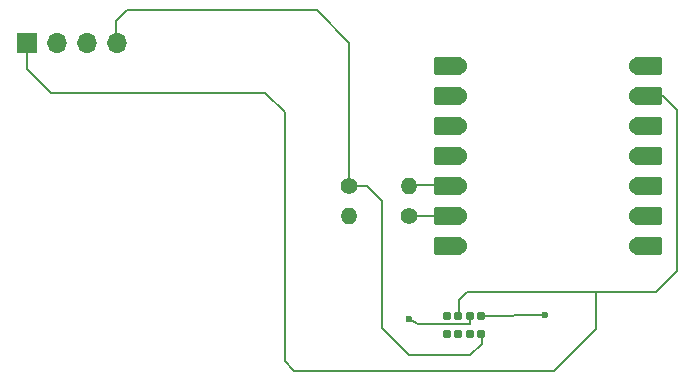
<source format=gbr>
%TF.GenerationSoftware,KiCad,Pcbnew,8.0.9*%
%TF.CreationDate,2025-07-26T13:13:37-07:00*%
%TF.ProjectId,ayushi_hermes_project,61797573-6869-45f6-9865-726d65735f70,rev?*%
%TF.SameCoordinates,Original*%
%TF.FileFunction,Copper,L1,Top*%
%TF.FilePolarity,Positive*%
%FSLAX46Y46*%
G04 Gerber Fmt 4.6, Leading zero omitted, Abs format (unit mm)*
G04 Created by KiCad (PCBNEW 8.0.9) date 2025-07-26 13:13:37*
%MOMM*%
%LPD*%
G01*
G04 APERTURE LIST*
G04 Aperture macros list*
%AMRoundRect*
0 Rectangle with rounded corners*
0 $1 Rounding radius*
0 $2 $3 $4 $5 $6 $7 $8 $9 X,Y pos of 4 corners*
0 Add a 4 corners polygon primitive as box body*
4,1,4,$2,$3,$4,$5,$6,$7,$8,$9,$2,$3,0*
0 Add four circle primitives for the rounded corners*
1,1,$1+$1,$2,$3*
1,1,$1+$1,$4,$5*
1,1,$1+$1,$6,$7*
1,1,$1+$1,$8,$9*
0 Add four rect primitives between the rounded corners*
20,1,$1+$1,$2,$3,$4,$5,0*
20,1,$1+$1,$4,$5,$6,$7,0*
20,1,$1+$1,$6,$7,$8,$9,0*
20,1,$1+$1,$8,$9,$2,$3,0*%
G04 Aperture macros list end*
%TA.AperFunction,Conductor*%
%ADD10C,0.200000*%
%TD*%
%TA.AperFunction,SMDPad,CuDef*%
%ADD11RoundRect,0.152400X1.063600X0.609600X-1.063600X0.609600X-1.063600X-0.609600X1.063600X-0.609600X0*%
%TD*%
%TA.AperFunction,ComponentPad*%
%ADD12C,1.524000*%
%TD*%
%TA.AperFunction,SMDPad,CuDef*%
%ADD13RoundRect,0.152400X-1.063600X-0.609600X1.063600X-0.609600X1.063600X0.609600X-1.063600X0.609600X0*%
%TD*%
%TA.AperFunction,SMDPad,CuDef*%
%ADD14RoundRect,0.175000X0.185000X0.175000X-0.185000X0.175000X-0.185000X-0.175000X0.185000X-0.175000X0*%
%TD*%
%TA.AperFunction,ComponentPad*%
%ADD15C,1.400000*%
%TD*%
%TA.AperFunction,ComponentPad*%
%ADD16O,1.400000X1.400000*%
%TD*%
%TA.AperFunction,ComponentPad*%
%ADD17R,1.700000X1.700000*%
%TD*%
%TA.AperFunction,ComponentPad*%
%ADD18O,1.700000X1.700000*%
%TD*%
%TA.AperFunction,ViaPad*%
%ADD19C,0.600000*%
%TD*%
G04 APERTURE END LIST*
D10*
%TO.N,GND*%
X117678200Y-101015800D02*
X117678200Y-97815400D01*
X114173000Y-104521000D02*
X117678200Y-101015800D01*
X92125800Y-104521000D02*
X114173000Y-104521000D01*
X91338400Y-103733600D02*
X92125800Y-104521000D01*
X91338400Y-82651600D02*
X91338400Y-103733600D01*
X89687400Y-81000600D02*
X91338400Y-82651600D01*
X71551800Y-81000600D02*
X89687400Y-81000600D01*
X69494400Y-78943200D02*
X71551800Y-81000600D01*
X69494400Y-76733400D02*
X69494400Y-78943200D01*
%TO.N,SCL*%
X107035600Y-100584000D02*
X107035600Y-99872800D01*
X102616000Y-100584000D02*
X107035600Y-100584000D01*
X101854000Y-100177600D02*
X102616000Y-100584000D01*
%TO.N,VCC*%
X113360200Y-99822000D02*
X108026200Y-99898200D01*
%TO.N,SDA*%
X108026200Y-102235000D02*
X108026200Y-101523800D01*
X107061000Y-103200200D02*
X108026200Y-102235000D01*
X101904800Y-103200200D02*
X107061000Y-103200200D01*
X99593400Y-100888800D02*
X101904800Y-103200200D01*
X99593400Y-90119200D02*
X99593400Y-100888800D01*
X98323400Y-88849200D02*
X99593400Y-90119200D01*
X96799400Y-88849200D02*
X98323400Y-88849200D01*
X96799400Y-76809600D02*
X94107000Y-73964800D01*
X96799400Y-88849200D02*
X96799400Y-76809600D01*
X78003400Y-73964800D02*
X94107000Y-73964800D01*
X77089000Y-74879200D02*
X78003400Y-73964800D01*
X77089000Y-76682600D02*
X77089000Y-74879200D01*
%TO.N,Net-(U2-GPIO7{slash}SCL)*%
X101879400Y-91389200D02*
X105994200Y-91389200D01*
%TO.N,Net-(U2-GPIO6{slash}SDA)*%
X101879400Y-88823800D02*
X106019600Y-88823800D01*
%TO.N,GND*%
X123393200Y-81280000D02*
X121234200Y-81280000D01*
X124561600Y-82448400D02*
X123393200Y-81280000D01*
X124561600Y-96062800D02*
X124561600Y-82448400D01*
X122809000Y-97815400D02*
X124561600Y-96062800D01*
X106756200Y-97815400D02*
X122809000Y-97815400D01*
X106070400Y-98501200D02*
X106756200Y-97815400D01*
X106070400Y-99949000D02*
X106070400Y-98501200D01*
%TD*%
D11*
%TO.P,U2,1,GPIO26/ADC0/A0*%
%TO.N,unconnected-(U2-GPIO26{slash}ADC0{slash}A0-Pad1)*%
X105159200Y-78689200D03*
D12*
X105994200Y-78689200D03*
D11*
%TO.P,U2,2,GPIO27/ADC1/A1*%
%TO.N,unconnected-(U2-GPIO27{slash}ADC1{slash}A1-Pad2)*%
X105159200Y-81229200D03*
D12*
X105994200Y-81229200D03*
D11*
%TO.P,U2,3,GPIO28/ADC2/A2*%
%TO.N,unconnected-(U2-GPIO28{slash}ADC2{slash}A2-Pad3)*%
X105159200Y-83769200D03*
D12*
X105994200Y-83769200D03*
D11*
%TO.P,U2,4,GPIO29/ADC3/A3*%
%TO.N,unconnected-(U2-GPIO29{slash}ADC3{slash}A3-Pad4)*%
X105159200Y-86309200D03*
D12*
X105994200Y-86309200D03*
D11*
%TO.P,U2,5,GPIO6/SDA*%
%TO.N,Net-(U2-GPIO6{slash}SDA)*%
X105159200Y-88849200D03*
D12*
X105994200Y-88849200D03*
D11*
%TO.P,U2,6,GPIO7/SCL*%
%TO.N,Net-(U2-GPIO7{slash}SCL)*%
X105159200Y-91389200D03*
D12*
X105994200Y-91389200D03*
D11*
%TO.P,U2,7,GPIO0/TX*%
%TO.N,unconnected-(U2-GPIO0{slash}TX-Pad7)*%
X105159200Y-93929200D03*
D12*
X105994200Y-93929200D03*
%TO.P,U2,8,GPIO1/RX*%
%TO.N,unconnected-(U2-GPIO1{slash}RX-Pad8)*%
X121234200Y-93929200D03*
D13*
X122069200Y-93929200D03*
D12*
%TO.P,U2,9,GPIO2/SCK*%
%TO.N,unconnected-(U2-GPIO2{slash}SCK-Pad9)*%
X121234200Y-91389200D03*
D13*
X122069200Y-91389200D03*
D12*
%TO.P,U2,10,GPIO4/MISO*%
%TO.N,unconnected-(U2-GPIO4{slash}MISO-Pad10)*%
X121234200Y-88849200D03*
D13*
X122069200Y-88849200D03*
D12*
%TO.P,U2,11,GPIO3/MOSI*%
%TO.N,unconnected-(U2-GPIO3{slash}MOSI-Pad11)*%
X121234200Y-86309200D03*
D13*
X122069200Y-86309200D03*
D12*
%TO.P,U2,12,3V3*%
%TO.N,VCC*%
X121234200Y-83769200D03*
D13*
X122069200Y-83769200D03*
D12*
%TO.P,U2,13,GND*%
%TO.N,GND*%
X121234200Y-81229200D03*
D13*
X122069200Y-81229200D03*
D12*
%TO.P,U2,14,VBUS*%
%TO.N,unconnected-(U2-VBUS-Pad14)*%
X121234200Y-78689200D03*
D13*
X122069200Y-78689200D03*
%TD*%
D14*
%TO.P,U1,1,VDD*%
%TO.N,VCC*%
X108000800Y-99872200D03*
%TO.P,U1,2,SCL*%
%TO.N,SCL*%
X107030800Y-99872200D03*
%TO.P,U1,3,GND*%
%TO.N,GND*%
X106060800Y-99872200D03*
%TO.P,U1,4,LED_A*%
%TO.N,unconnected-(U1-LED_A-Pad4)*%
X105090800Y-99872200D03*
%TO.P,U1,5,LED_K*%
%TO.N,unconnected-(U1-LED_K-Pad5)*%
X105090800Y-101422200D03*
%TO.P,U1,6,LDR*%
%TO.N,unconnected-(U1-LDR-Pad6)*%
X106060800Y-101422200D03*
%TO.P,U1,7,INT*%
%TO.N,unconnected-(U1-INT-Pad7)*%
X107030800Y-101422200D03*
%TO.P,U1,8,SDA*%
%TO.N,SDA*%
X108000800Y-101422200D03*
%TD*%
D15*
%TO.P,R2,1*%
%TO.N,Net-(U2-GPIO7{slash}SCL)*%
X101879400Y-91389200D03*
D16*
%TO.P,R2,2*%
%TO.N,SCL*%
X96799400Y-91389200D03*
%TD*%
%TO.P,R1,2*%
%TO.N,Net-(U2-GPIO6{slash}SDA)*%
X101879400Y-88849200D03*
D15*
%TO.P,R1,1*%
%TO.N,SDA*%
X96799400Y-88849200D03*
%TD*%
D17*
%TO.P,J1,1,GND*%
%TO.N,GND*%
X69494400Y-76733400D03*
D18*
%TO.P,J1,2,VCC*%
%TO.N,VCC*%
X72034400Y-76733400D03*
%TO.P,J1,3,SCL*%
%TO.N,SCL*%
X74574400Y-76733400D03*
%TO.P,J1,4,SDA*%
%TO.N,SDA*%
X77114400Y-76733400D03*
%TD*%
D19*
%TO.N,SCL*%
X101854000Y-100177600D03*
%TO.N,VCC*%
X113360200Y-99822000D03*
%TD*%
M02*

</source>
